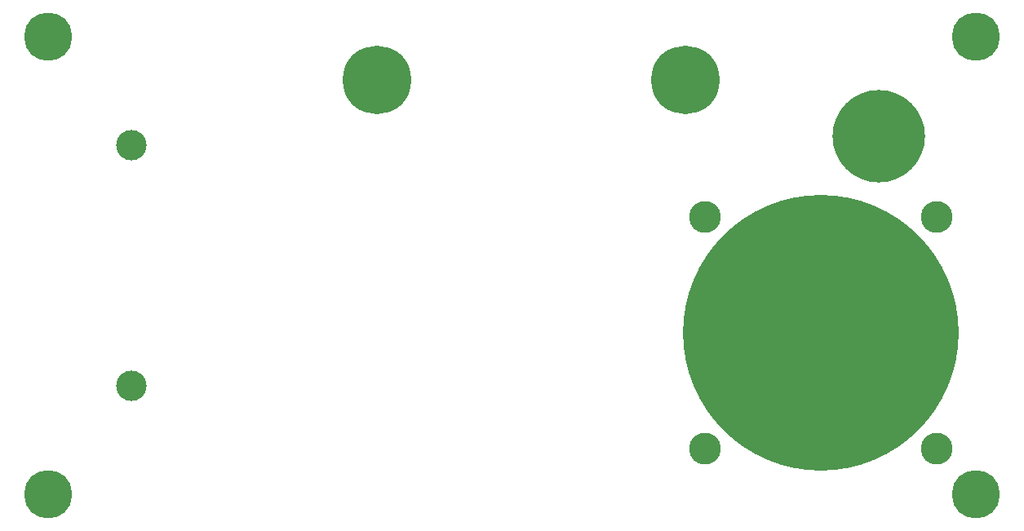
<source format=gbr>
G04 #@! TF.GenerationSoftware,KiCad,Pcbnew,(5.1.8)-1*
G04 #@! TF.CreationDate,2020-12-19T14:32:43-06:00*
G04 #@! TF.ProjectId,endcap,656e6463-6170-42e6-9b69-6361645f7063,2.1*
G04 #@! TF.SameCoordinates,PX2faf080PY2faf080*
G04 #@! TF.FileFunction,Soldermask,Top*
G04 #@! TF.FilePolarity,Negative*
%FSLAX46Y46*%
G04 Gerber Fmt 4.6, Leading zero omitted, Abs format (unit mm)*
G04 Created by KiCad (PCBNEW (5.1.8)-1) date 2020-12-19 14:32:43*
%MOMM*%
%LPD*%
G01*
G04 APERTURE LIST*
%ADD10C,28.602000*%
%ADD11C,3.302000*%
%ADD12C,9.602000*%
%ADD13C,7.102000*%
%ADD14C,3.152000*%
%ADD15C,5.002000*%
G04 APERTURE END LIST*
D10*
X85000000Y-34500000D03*
D11*
X97000000Y-46500000D03*
X73000000Y-46500000D03*
X97000000Y-22500000D03*
X73000000Y-22500000D03*
D12*
X91000000Y-14100000D03*
D13*
X71000000Y-8235000D03*
X39000000Y-8235000D03*
D14*
X13500000Y-40000000D03*
X13500000Y-15000000D03*
D15*
X4875000Y-3750000D03*
X101125000Y-3750000D03*
X101125000Y-51250000D03*
X4875000Y-51250000D03*
M02*

</source>
